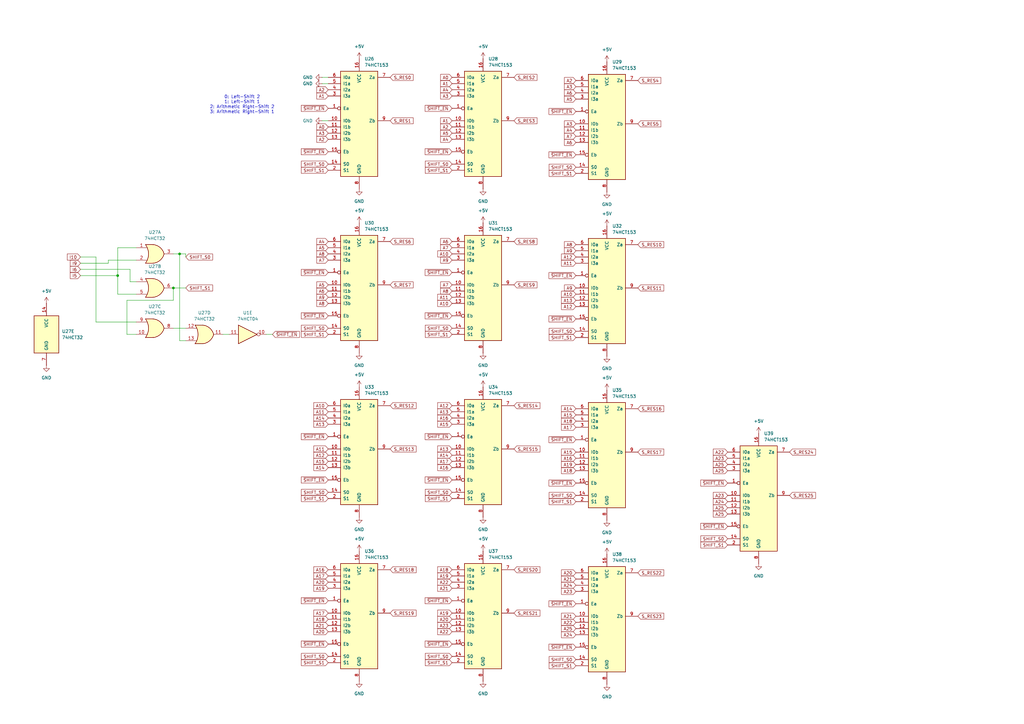
<source format=kicad_sch>
(kicad_sch (version 20250114) (generator "eeschema") (generator_version "9.0")
  (paper "A3")
  (lib_symbols
    (symbol "74xx:74HCT04"
      (property "Reference" "U" (at 0 1.27 0))
      (property "Value" "74HCT04" (at 0 -1.27 0))
      (symbol "74HCT04_1_0"
        (polyline (pts (xy -3.81 3.81) (xy -3.81 -3.81) (xy 3.81 0) (xy -3.81 3.81)) (stroke (width 0.254)) (fill (type background)))
        (pin input line (at -7.62 0 0) (length 3.81) (name "~") (number "1"))
        (pin output inverted (at 7.62 0 180) (length 3.81) (name "~") (number "2"))
      )
      (symbol "74HCT04_2_0"
        (polyline (pts (xy -3.81 3.81) (xy -3.81 -3.81) (xy 3.81 0) (xy -3.81 3.81)) (stroke (width 0.254)) (fill (type background)))
        (pin input line (at -7.62 0 0) (length 3.81) (name "~") (number "3"))
        (pin output inverted (at 7.62 0 180) (length 3.81) (name "~") (number "4"))
      )
      (symbol "74HCT04_3_0"
        (polyline (pts (xy -3.81 3.81) (xy -3.81 -3.81) (xy 3.81 0) (xy -3.81 3.81)) (stroke (width 0.254)) (fill (type background)))
        (pin input line (at -7.62 0 0) (length 3.81) (name "~") (number "5"))
        (pin output inverted (at 7.62 0 180) (length 3.81) (name "~") (number "6"))
      )
      (symbol "74HCT04_4_0"
        (polyline (pts (xy -3.81 3.81) (xy -3.81 -3.81) (xy 3.81 0) (xy -3.81 3.81)) (stroke (width 0.254)) (fill (type background)))
        (pin input line (at -7.62 0 0) (length 3.81) (name "~") (number "9"))
        (pin output inverted (at 7.62 0 180) (length 3.81) (name "~") (number "8"))
      )
      (symbol "74HCT04_5_0"
        (polyline (pts (xy -3.81 3.81) (xy -3.81 -3.81) (xy 3.81 0) (xy -3.81 3.81)) (stroke (width 0.254)) (fill (type background)))
        (pin input line (at -7.62 0 0) (length 3.81) (name "~") (number "11"))
        (pin output inverted (at 7.62 0 180) (length 3.81) (name "~") (number "10"))
      )
      (symbol "74HCT04_6_0"
        (polyline (pts (xy -3.81 3.81) (xy -3.81 -3.81) (xy 3.81 0) (xy -3.81 3.81)) (stroke (width 0.254)) (fill (type background)))
        (pin input line (at -7.62 0 0) (length 3.81) (name "~") (number "13"))
        (pin output inverted (at 7.62 0 180) (length 3.81) (name "~") (number "12"))
      )
      (symbol "74HCT04_7_0"
        (pin power_in line (at 0 12.7 270) (length 5.08) (name "VCC") (number "14"))
        (pin power_in line (at 0 -12.7 90) (length 5.08) (name "GND") (number "7"))
      )
      (symbol "74HCT04_7_1"
        (rectangle (start -5.08 7.62) (end 5.08 -7.62) (stroke (width 0.254)) (fill (type background)))
      )
    )
    (symbol "74xx:74LS153" (pin_names (offset 1.016))
      (property "Reference" "U" (at -7.62 21.59 0))
      (property "Value" "74LS153" (at -7.62 -24.13 0))
      (symbol "74LS153_1_0"
        (pin input line (at -12.7 17.78 0) (length 5.08) (name "I0a") (number "6"))
        (pin input line (at -12.7 15.24 0) (length 5.08) (name "I1a") (number "5"))
        (pin input line (at -12.7 12.7 0) (length 5.08) (name "I2a") (number "4"))
        (pin input line (at -12.7 10.16 0) (length 5.08) (name "I3a") (number "3"))
        (pin input inverted (at -12.7 5.08 0) (length 5.08) (name "Ea") (number "1"))
        (pin input line (at -12.7 0 0) (length 5.08) (name "I0b") (number "10"))
        (pin input line (at -12.7 -2.54 0) (length 5.08) (name "I1b") (number "11"))
        (pin input line (at -12.7 -5.08 0) (length 5.08) (name "I2b") (number "12"))
        (pin input line (at -12.7 -7.62 0) (length 5.08) (name "I3b") (number "13"))
        (pin input inverted (at -12.7 -12.7 0) (length 5.08) (name "Eb") (number "15"))
        (pin input line (at -12.7 -17.78 0) (length 5.08) (name "S0") (number "14"))
        (pin input line (at -12.7 -20.32 0) (length 5.08) (name "S1") (number "2"))
        (pin power_in line (at 0 25.4 270) (length 5.08) (name "VCC") (number "16"))
        (pin power_in line (at 0 -27.94 90) (length 5.08) (name "GND") (number "8"))
        (pin output line (at 12.7 17.78 180) (length 5.08) (name "Za") (number "7"))
        (pin output line (at 12.7 0 180) (length 5.08) (name "Zb") (number "9"))
      )
      (symbol "74LS153_1_1"
        (rectangle (start -7.62 20.32) (end 7.62 -22.86) (stroke (width 0.254)) (fill (type background)))
      )
    )
    (symbol "74xx:74LS32" (pin_names (offset 1.016))
      (property "Reference" "U" (at 0 1.27 0))
      (property "Value" "74LS32" (at 0 -1.27 0))
      (symbol "74LS32_1_1"
        (arc (start -3.81 3.81) (mid -2.589 0) (end -3.81 -3.81) (stroke (width 0.254)))
        (polyline (pts (xy -3.81 3.81) (xy -0.635 3.81)) (stroke (width 0.254)) (fill (type background)))
        (polyline (pts (xy -3.81 -3.81) (xy -0.635 -3.81)) (stroke (width 0.254)) (fill (type background)))
        (arc (start 3.81 0) (mid 2.1855 -2.584) (end -0.6096 -3.81) (stroke (width 0.254)) (fill (type background)))
        (arc (start -0.6096 3.81) (mid 2.1928 2.5924) (end 3.81 0) (stroke (width 0.254)) (fill (type background)))
        (polyline (pts (xy -0.635 3.81) (xy -3.81 3.81) (xy -3.81 3.81) (xy -3.556 3.4036) (xy -3.0226 2.2606) (xy -2.6924 1.0414) (xy -2.6162 -0.254) (xy -2.7686 -1.4986) (xy -3.175 -2.7178) (xy -3.81 -3.81) (xy -3.81 -3.81) (xy -0.635 -3.81)) (stroke (width -25.4)) (fill (type background)))
        (pin input line (at -7.62 2.54 0) (length 4.318) (name "~") (number "1"))
        (pin input line (at -7.62 -2.54 0) (length 4.318) (name "~") (number "2"))
        (pin output line (at 7.62 0 180) (length 3.81) (name "~") (number "3"))
      )
      (symbol "74LS32_1_2"
        (arc (start 0 3.81) (mid 3.7934 0) (end 0 -3.81) (stroke (width 0.254)) (fill (type background)))
        (polyline (pts (xy 0 3.81) (xy -3.81 3.81) (xy -3.81 -3.81) (xy 0 -3.81)) (stroke (width 0.254)) (fill (type background)))
        (pin input inverted (at -7.62 2.54 0) (length 3.81) (name "~") (number "1"))
        (pin input inverted (at -7.62 -2.54 0) (length 3.81) (name "~") (number "2"))
        (pin output inverted (at 7.62 0 180) (length 3.81) (name "~") (number "3"))
      )
      (symbol "74LS32_2_1"
        (arc (start -3.81 3.81) (mid -2.589 0) (end -3.81 -3.81) (stroke (width 0.254)))
        (polyline (pts (xy -3.81 3.81) (xy -0.635 3.81)) (stroke (width 0.254)) (fill (type background)))
        (polyline (pts (xy -3.81 -3.81) (xy -0.635 -3.81)) (stroke (width 0.254)) (fill (type background)))
        (arc (start 3.81 0) (mid 2.1855 -2.584) (end -0.6096 -3.81) (stroke (width 0.254)) (fill (type background)))
        (arc (start -0.6096 3.81) (mid 2.1928 2.5924) (end 3.81 0) (stroke (width 0.254)) (fill (type background)))
        (polyline (pts (xy -0.635 3.81) (xy -3.81 3.81) (xy -3.81 3.81) (xy -3.556 3.4036) (xy -3.0226 2.2606) (xy -2.6924 1.0414) (xy -2.6162 -0.254) (xy -2.7686 -1.4986) (xy -3.175 -2.7178) (xy -3.81 -3.81) (xy -3.81 -3.81) (xy -0.635 -3.81)) (stroke (width -25.4)) (fill (type background)))
        (pin input line (at -7.62 2.54 0) (length 4.318) (name "~") (number "4"))
        (pin input line (at -7.62 -2.54 0) (length 4.318) (name "~") (number "5"))
        (pin output line (at 7.62 0 180) (length 3.81) (name "~") (number "6"))
      )
      (symbol "74LS32_2_2"
        (arc (start 0 3.81) (mid 3.7934 0) (end 0 -3.81) (stroke (width 0.254)) (fill (type background)))
        (polyline (pts (xy 0 3.81) (xy -3.81 3.81) (xy -3.81 -3.81) (xy 0 -3.81)) (stroke (width 0.254)) (fill (type background)))
        (pin input inverted (at -7.62 2.54 0) (length 3.81) (name "~") (number "4"))
        (pin input inverted (at -7.62 -2.54 0) (length 3.81) (name "~") (number "5"))
        (pin output inverted (at 7.62 0 180) (length 3.81) (name "~") (number "6"))
      )
      (symbol "74LS32_3_1"
        (arc (start -3.81 3.81) (mid -2.589 0) (end -3.81 -3.81) (stroke (width 0.254)))
        (polyline (pts (xy -3.81 3.81) (xy -0.635 3.81)) (stroke (width 0.254)) (fill (type background)))
        (polyline (pts (xy -3.81 -3.81) (xy -0.635 -3.81)) (stroke (width 0.254)) (fill (type background)))
        (arc (start 3.81 0) (mid 2.1855 -2.584) (end -0.6096 -3.81) (stroke (width 0.254)) (fill (type background)))
        (arc (start -0.6096 3.81) (mid 2.1928 2.5924) (end 3.81 0) (stroke (width 0.254)) (fill (type background)))
        (polyline (pts (xy -0.635 3.81) (xy -3.81 3.81) (xy -3.81 3.81) (xy -3.556 3.4036) (xy -3.0226 2.2606) (xy -2.6924 1.0414) (xy -2.6162 -0.254) (xy -2.7686 -1.4986) (xy -3.175 -2.7178) (xy -3.81 -3.81) (xy -3.81 -3.81) (xy -0.635 -3.81)) (stroke (width -25.4)) (fill (type background)))
        (pin input line (at -7.62 2.54 0) (length 4.318) (name "~") (number "9"))
        (pin input line (at -7.62 -2.54 0) (length 4.318) (name "~") (number "10"))
        (pin output line (at 7.62 0 180) (length 3.81) (name "~") (number "8"))
      )
      (symbol "74LS32_3_2"
        (arc (start 0 3.81) (mid 3.7934 0) (end 0 -3.81) (stroke (width 0.254)) (fill (type background)))
        (polyline (pts (xy 0 3.81) (xy -3.81 3.81) (xy -3.81 -3.81) (xy 0 -3.81)) (stroke (width 0.254)) (fill (type background)))
        (pin input inverted (at -7.62 2.54 0) (length 3.81) (name "~") (number "9"))
        (pin input inverted (at -7.62 -2.54 0) (length 3.81) (name "~") (number "10"))
        (pin output inverted (at 7.62 0 180) (length 3.81) (name "~") (number "8"))
      )
      (symbol "74LS32_4_1"
        (arc (start -3.81 3.81) (mid -2.589 0) (end -3.81 -3.81) (stroke (width 0.254)))
        (polyline (pts (xy -3.81 3.81) (xy -0.635 3.81)) (stroke (width 0.254)) (fill (type background)))
        (polyline (pts (xy -3.81 -3.81) (xy -0.635 -3.81)) (stroke (width 0.254)) (fill (type background)))
        (arc (start 3.81 0) (mid 2.1855 -2.584) (end -0.6096 -3.81) (stroke (width 0.254)) (fill (type background)))
        (arc (start -0.6096 3.81) (mid 2.1928 2.5924) (end 3.81 0) (stroke (width 0.254)) (fill (type background)))
        (polyline (pts (xy -0.635 3.81) (xy -3.81 3.81) (xy -3.81 3.81) (xy -3.556 3.4036) (xy -3.0226 2.2606) (xy -2.6924 1.0414) (xy -2.6162 -0.254) (xy -2.7686 -1.4986) (xy -3.175 -2.7178) (xy -3.81 -3.81) (xy -3.81 -3.81) (xy -0.635 -3.81)) (stroke (width -25.4)) (fill (type background)))
        (pin input line (at -7.62 2.54 0) (length 4.318) (name "~") (number "12"))
        (pin input line (at -7.62 -2.54 0) (length 4.318) (name "~") (number "13"))
        (pin output line (at 7.62 0 180) (length 3.81) (name "~") (number "11"))
      )
      (symbol "74LS32_4_2"
        (arc (start 0 3.81) (mid 3.7934 0) (end 0 -3.81) (stroke (width 0.254)) (fill (type background)))
        (polyline (pts (xy 0 3.81) (xy -3.81 3.81) (xy -3.81 -3.81) (xy 0 -3.81)) (stroke (width 0.254)) (fill (type background)))
        (pin input inverted (at -7.62 2.54 0) (length 3.81) (name "~") (number "12"))
        (pin input inverted (at -7.62 -2.54 0) (length 3.81) (name "~") (number "13"))
        (pin output inverted (at 7.62 0 180) (length 3.81) (name "~") (number "11"))
      )
      (symbol "74LS32_5_0"
        (pin power_in line (at 0 12.7 270) (length 5.08) (name "VCC") (number "14"))
        (pin power_in line (at 0 -12.7 90) (length 5.08) (name "GND") (number "7"))
      )
      (symbol "74LS32_5_1"
        (rectangle (start -5.08 7.62) (end 5.08 -7.62) (stroke (width 0.254)) (fill (type background)))
      )
    )
    (symbol "power:+5V" (power) (pin_numbers (hide yes)) (pin_names (offset 0) (hide yes))
      (property "Value" "+5V" (at 0 3.556 0))
      (symbol "+5V_0_1"
        (polyline (pts (xy -0.762 1.27) (xy 0 2.54)))
        (polyline (pts (xy 0 2.54) (xy 0.762 1.27)))
        (polyline (pts (xy 0 0) (xy 0 2.54)))
      )
      (symbol "+5V_1_1"
        (pin power_in line (at 0 0 90) (length 0) (name "~") (number "1"))
      )
    )
    (symbol "power:GND" (power) (pin_numbers (hide yes)) (pin_names (offset 0) (hide yes))
      (property "Value" "GND" (at 0 -3.81 0))
      (symbol "GND_0_1"
        (polyline (pts (xy 0 0) (xy 0 -1.27) (xy 1.27 -1.27) (xy 0 -2.54) (xy -1.27 -1.27) (xy 0 -1.27)))
      )
      (symbol "GND_1_1"
        (pin power_in line (at 0 0 270) (length 0) (name "~") (number "1"))
      )
    )
  )
  (text "0: Left-Shift 2\n1: Left-Shift 1\n2: Arithmetic Right-Shift 2\n3: Arithmetic Right-Shift 1" (at 99.314 42.926 0) (effects (font (size 1.27 1.27))))
  (junction (at 73.66 104.14))
  (junction (at 48.26 113.03))
  (junction (at 71.12 118.11))
  (wire (pts (xy 132.08 31.75) (xy 134.62 31.75)))
  (wire (pts (xy 109.22 137.16) (xy 111.76 137.16)))
  (wire (pts (xy 44.45 107.95) (xy 44.45 106.68)))
  (wire (pts (xy 71.12 118.11) (xy 76.2 118.11)))
  (wire (pts (xy 44.45 106.68) (xy 55.88 106.68)))
  (wire (pts (xy 52.07 137.16) (xy 52.07 123.19)))
  (wire (pts (xy 33.02 110.49) (xy 53.34 110.49)))
  (wire (pts (xy 39.37 105.41) (xy 39.37 132.08)))
  (wire (pts (xy 91.44 137.16) (xy 93.98 137.16)))
  (wire (pts (xy 33.02 113.03) (xy 48.26 113.03)))
  (wire (pts (xy 48.26 101.6) (xy 55.88 101.6)))
  (wire (pts (xy 33.02 105.41) (xy 39.37 105.41)))
  (wire (pts (xy 53.34 115.57) (xy 55.88 115.57)))
  (wire (pts (xy 33.02 107.95) (xy 44.45 107.95)))
  (wire (pts (xy 48.26 120.65) (xy 48.26 113.03)))
  (wire (pts (xy 71.12 123.19) (xy 71.12 118.11)))
  (wire (pts (xy 73.66 139.7) (xy 73.66 104.14)))
  (wire (pts (xy 71.12 104.14) (xy 73.66 104.14)))
  (wire (pts (xy 132.08 49.53) (xy 134.62 49.53)))
  (wire (pts (xy 53.34 110.49) (xy 53.34 115.57)))
  (wire (pts (xy 73.66 104.14) (xy 76.2 104.14)))
  (wire (pts (xy 76.2 104.14) (xy 76.2 105.41)))
  (wire (pts (xy 48.26 113.03) (xy 48.26 101.6)))
  (wire (pts (xy 55.88 137.16) (xy 52.07 137.16)))
  (wire (pts (xy 132.08 34.29) (xy 134.62 34.29)))
  (wire (pts (xy 71.12 134.62) (xy 76.2 134.62)))
  (wire (pts (xy 76.2 139.7) (xy 73.66 139.7)))
  (wire (pts (xy 52.07 123.19) (xy 71.12 123.19)))
  (wire (pts (xy 39.37 132.08) (xy 55.88 132.08)))
  (wire (pts (xy 55.88 120.65) (xy 48.26 120.65)))
  (global_label "A19" (shape input) (at 185.42 236.22 180) (property "Intersheetrefs" "${INTERSHEET_REFS}" (effects (hide yes))))
  (global_label "A5" (shape input) (at 185.42 54.61 180) (property "Intersheetrefs" "${INTERSHEET_REFS}" (effects (hide yes))))
  (global_label "A22" (shape input) (at 185.42 238.76 180) (property "Intersheetrefs" "${INTERSHEET_REFS}" (effects (hide yes))))
  (global_label "~{SHIFT_EN}" (shape input) (at 134.62 179.07 180) (property "Intersheetrefs" "${INTERSHEET_REFS}" (effects (hide yes))))
  (global_label "A25" (shape input) (at 298.45 190.5 180) (property "Intersheetrefs" "${INTERSHEET_REFS}" (effects (hide yes))))
  (global_label "SHIFT_S0" (shape input) (at 185.42 269.24 180) (property "Intersheetrefs" "${INTERSHEET_REFS}" (effects (hide yes))))
  (global_label "A16" (shape input) (at 185.42 191.77 180) (property "Intersheetrefs" "${INTERSHEET_REFS}" (effects (hide yes))))
  (global_label "~{SHIFT_EN}" (shape input) (at 185.42 129.54 180) (property "Intersheetrefs" "${INTERSHEET_REFS}" (effects (hide yes))))
  (global_label "A10" (shape input) (at 185.42 104.14 180) (property "Intersheetrefs" "${INTERSHEET_REFS}" (effects (hide yes))))
  (global_label "~{SHIFT_EN}" (shape input) (at 185.42 111.76 180) (property "Intersheetrefs" "${INTERSHEET_REFS}" (effects (hide yes))))
  (global_label "A19" (shape input) (at 134.62 241.3 180) (property "Intersheetrefs" "${INTERSHEET_REFS}" (effects (hide yes))))
  (global_label "A5" (shape input) (at 236.22 40.64 180) (property "Intersheetrefs" "${INTERSHEET_REFS}" (effects (hide yes))))
  (global_label "A18" (shape input) (at 236.22 172.72 180) (property "Intersheetrefs" "${INTERSHEET_REFS}" (effects (hide yes))))
  (global_label "~{SHIFT_EN}" (shape input) (at 236.22 247.65 180) (property "Intersheetrefs" "${INTERSHEET_REFS}" (effects (hide yes))))
  (global_label "S_RES18" (shape input) (at 160.02 233.68 0) (property "Intersheetrefs" "${INTERSHEET_REFS}" (effects (hide yes))))
  (global_label "~{SHIFT_EN}" (shape input) (at 236.22 113.03 180) (property "Intersheetrefs" "${INTERSHEET_REFS}" (effects (hide yes))))
  (global_label "A16" (shape input) (at 236.22 187.96 180) (property "Intersheetrefs" "${INTERSHEET_REFS}" (effects (hide yes))))
  (global_label "S_RES9" (shape input) (at 210.82 116.84 0) (property "Intersheetrefs" "${INTERSHEET_REFS}" (effects (hide yes))))
  (global_label "~{SHIFT_EN}" (shape input) (at 185.42 264.16 180) (property "Intersheetrefs" "${INTERSHEET_REFS}" (effects (hide yes))))
  (global_label "A15" (shape input) (at 236.22 185.42 180) (property "Intersheetrefs" "${INTERSHEET_REFS}" (effects (hide yes))))
  (global_label "S_RES6" (shape input) (at 160.02 99.06 0) (property "Intersheetrefs" "${INTERSHEET_REFS}" (effects (hide yes))))
  (global_label "A11" (shape input) (at 134.62 184.15 180) (property "Intersheetrefs" "${INTERSHEET_REFS}" (effects (hide yes))))
  (global_label "A12" (shape input) (at 236.22 105.41 180) (property "Intersheetrefs" "${INTERSHEET_REFS}" (effects (hide yes))))
  (global_label "A23" (shape input) (at 236.22 242.57 180) (property "Intersheetrefs" "${INTERSHEET_REFS}" (effects (hide yes))))
  (global_label "A3" (shape input) (at 134.62 54.61 180) (property "Intersheetrefs" "${INTERSHEET_REFS}" (effects (hide yes))))
  (global_label "S_RES23" (shape input) (at 261.62 252.73 0) (property "Intersheetrefs" "${INTERSHEET_REFS}" (effects (hide yes))))
  (global_label "A15" (shape input) (at 185.42 173.99 180) (property "Intersheetrefs" "${INTERSHEET_REFS}" (effects (hide yes))))
  (global_label "S_RES12" (shape input) (at 160.02 166.37 0) (property "Intersheetrefs" "${INTERSHEET_REFS}" (effects (hide yes))))
  (global_label "SHIFT_S0" (shape input) (at 76.2 105.41 0) (property "Intersheetrefs" "${INTERSHEET_REFS}" (effects (hide yes))))
  (global_label "A16" (shape input) (at 185.42 171.45 180) (property "Intersheetrefs" "${INTERSHEET_REFS}" (effects (hide yes))))
  (global_label "A17" (shape input) (at 236.22 175.26 180) (property "Intersheetrefs" "${INTERSHEET_REFS}" (effects (hide yes))))
  (global_label "S_RES14" (shape input) (at 210.82 166.37 0) (property "Intersheetrefs" "${INTERSHEET_REFS}" (effects (hide yes))))
  (global_label "S_RES25" (shape input) (at 323.85 203.2 0) (property "Intersheetrefs" "${INTERSHEET_REFS}" (effects (hide yes))))
  (global_label "A7" (shape input) (at 236.22 55.88 180) (property "Intersheetrefs" "${INTERSHEET_REFS}" (effects (hide yes))))
  (global_label "~{SHIFT_EN}" (shape input) (at 134.62 196.85 180) (property "Intersheetrefs" "${INTERSHEET_REFS}" (effects (hide yes))))
  (global_label "~{SHIFT_EN}" (shape input) (at 236.22 180.34 180) (property "Intersheetrefs" "${INTERSHEET_REFS}" (effects (hide yes))))
  (global_label "A25" (shape input) (at 236.22 257.81 180) (property "Intersheetrefs" "${INTERSHEET_REFS}" (effects (hide yes))))
  (global_label "A3" (shape input) (at 236.22 35.56 180) (property "Intersheetrefs" "${INTERSHEET_REFS}" (effects (hide yes))))
  (global_label "A7" (shape input) (at 185.42 116.84 180) (property "Intersheetrefs" "${INTERSHEET_REFS}" (effects (hide yes))))
  (global_label "SHIFT_S0" (shape input) (at 236.22 68.58 180) (property "Intersheetrefs" "${INTERSHEET_REFS}" (effects (hide yes))))
  (global_label "S_RES22" (shape input) (at 261.62 234.95 0) (property "Intersheetrefs" "${INTERSHEET_REFS}" (effects (hide yes))))
  (global_label "A0" (shape input) (at 134.62 52.07 180) (property "Intersheetrefs" "${INTERSHEET_REFS}" (effects (hide yes))))
  (global_label "S_RES5" (shape input) (at 261.62 50.8 0) (property "Intersheetrefs" "${INTERSHEET_REFS}" (effects (hide yes))))
  (global_label "S_RES3" (shape input) (at 210.82 49.53 0) (property "Intersheetrefs" "${INTERSHEET_REFS}" (effects (hide yes))))
  (global_label "~{SHIFT_EN}" (shape input) (at 185.42 196.85 180) (property "Intersheetrefs" "${INTERSHEET_REFS}" (effects (hide yes))))
  (global_label "A4" (shape input) (at 236.22 53.34 180) (property "Intersheetrefs" "${INTERSHEET_REFS}" (effects (hide yes))))
  (global_label "A13" (shape input) (at 236.22 123.19 180) (property "Intersheetrefs" "${INTERSHEET_REFS}" (effects (hide yes))))
  (global_label "A18" (shape input) (at 134.62 254 180) (property "Intersheetrefs" "${INTERSHEET_REFS}" (effects (hide yes))))
  (global_label "I10" (shape input) (at 33.02 105.41 180) (property "Intersheetrefs" "${INTERSHEET_REFS}" (effects (hide yes))))
  (global_label "SHIFT_S1" (shape input) (at 134.62 271.78 180) (property "Intersheetrefs" "${INTERSHEET_REFS}" (effects (hide yes))))
  (global_label "~{SHIFT_EN}" (shape input) (at 185.42 62.23 180) (property "Intersheetrefs" "${INTERSHEET_REFS}" (effects (hide yes))))
  (global_label "A8" (shape input) (at 185.42 119.38 180) (property "Intersheetrefs" "${INTERSHEET_REFS}" (effects (hide yes))))
  (global_label "A10" (shape input) (at 236.22 120.65 180) (property "Intersheetrefs" "${INTERSHEET_REFS}" (effects (hide yes))))
  (global_label "A7" (shape input) (at 185.42 101.6 180) (property "Intersheetrefs" "${INTERSHEET_REFS}" (effects (hide yes))))
  (global_label "A23" (shape input) (at 298.45 203.2 180) (property "Intersheetrefs" "${INTERSHEET_REFS}" (effects (hide yes))))
  (global_label "S_RES19" (shape input) (at 160.02 251.46 0) (property "Intersheetrefs" "${INTERSHEET_REFS}" (effects (hide yes))))
  (global_label "SHIFT_S0" (shape input) (at 134.62 269.24 180) (property "Intersheetrefs" "${INTERSHEET_REFS}" (effects (hide yes))))
  (global_label "A8" (shape input) (at 236.22 100.33 180) (property "Intersheetrefs" "${INTERSHEET_REFS}" (effects (hide yes))))
  (global_label "A6" (shape input) (at 236.22 58.42 180) (property "Intersheetrefs" "${INTERSHEET_REFS}" (effects (hide yes))))
  (global_label "A22" (shape input) (at 236.22 255.27 180) (property "Intersheetrefs" "${INTERSHEET_REFS}" (effects (hide yes))))
  (global_label "~{SHIFT_EN}" (shape input) (at 185.42 246.38 180) (property "Intersheetrefs" "${INTERSHEET_REFS}" (effects (hide yes))))
  (global_label "A9" (shape input) (at 185.42 106.68 180) (property "Intersheetrefs" "${INTERSHEET_REFS}" (effects (hide yes))))
  (global_label "A10" (shape input) (at 185.42 124.46 180) (property "Intersheetrefs" "${INTERSHEET_REFS}" (effects (hide yes))))
  (global_label "~{SHIFT_EN}" (shape input) (at 134.62 62.23 180) (property "Intersheetrefs" "${INTERSHEET_REFS}" (effects (hide yes))))
  (global_label "A6" (shape input) (at 185.42 99.06 180) (property "Intersheetrefs" "${INTERSHEET_REFS}" (effects (hide yes))))
  (global_label "A25" (shape input) (at 298.45 193.04 180) (property "Intersheetrefs" "${INTERSHEET_REFS}" (effects (hide yes))))
  (global_label "S_RES15" (shape input) (at 210.82 184.15 0) (property "Intersheetrefs" "${INTERSHEET_REFS}" (effects (hide yes))))
  (global_label "A6" (shape input) (at 236.22 38.1 180) (property "Intersheetrefs" "${INTERSHEET_REFS}" (effects (hide yes))))
  (global_label "A20" (shape input) (at 185.42 254 180) (property "Intersheetrefs" "${INTERSHEET_REFS}" (effects (hide yes))))
  (global_label "~{SHIFT_EN}" (shape input) (at 236.22 45.72 180) (property "Intersheetrefs" "${INTERSHEET_REFS}" (effects (hide yes))))
  (global_label "A4" (shape input) (at 185.42 57.15 180) (property "Intersheetrefs" "${INTERSHEET_REFS}" (effects (hide yes))))
  (global_label "A11" (shape input) (at 185.42 121.92 180) (property "Intersheetrefs" "${INTERSHEET_REFS}" (effects (hide yes))))
  (global_label "A21" (shape input) (at 236.22 252.73 180) (property "Intersheetrefs" "${INTERSHEET_REFS}" (effects (hide yes))))
  (global_label "~{SHIFT_EN}" (shape input) (at 134.62 264.16 180) (property "Intersheetrefs" "${INTERSHEET_REFS}" (effects (hide yes))))
  (global_label "S_RES20" (shape input) (at 210.82 233.68 0) (property "Intersheetrefs" "${INTERSHEET_REFS}" (effects (hide yes))))
  (global_label "SHIFT_S1" (shape input) (at 185.42 137.16 180) (property "Intersheetrefs" "${INTERSHEET_REFS}" (effects (hide yes))))
  (global_label "A2" (shape input) (at 134.62 36.83 180) (property "Intersheetrefs" "${INTERSHEET_REFS}" (effects (hide yes))))
  (global_label "A24" (shape input) (at 236.22 240.03 180) (property "Intersheetrefs" "${INTERSHEET_REFS}" (effects (hide yes))))
  (global_label "S_RES21" (shape input) (at 210.82 251.46 0) (property "Intersheetrefs" "${INTERSHEET_REFS}" (effects (hide yes))))
  (global_label "A8" (shape input) (at 134.62 124.46 180) (property "Intersheetrefs" "${INTERSHEET_REFS}" (effects (hide yes))))
  (global_label "A25" (shape input) (at 298.45 208.28 180) (property "Intersheetrefs" "${INTERSHEET_REFS}" (effects (hide yes))))
  (global_label "A2" (shape input) (at 134.62 57.15 180) (property "Intersheetrefs" "${INTERSHEET_REFS}" (effects (hide yes))))
  (global_label "~{SHIFT_EN}" (shape input) (at 111.76 137.16 0) (property "Intersheetrefs" "${INTERSHEET_REFS}" (effects (hide yes))))
  (global_label "A14" (shape input) (at 134.62 191.77 180) (property "Intersheetrefs" "${INTERSHEET_REFS}" (effects (hide yes))))
  (global_label "SHIFT_S0" (shape input) (at 298.45 220.98 180) (property "Intersheetrefs" "${INTERSHEET_REFS}" (effects (hide yes))))
  (global_label "A16" (shape input) (at 134.62 233.68 180) (property "Intersheetrefs" "${INTERSHEET_REFS}" (effects (hide yes))))
  (global_label "SHIFT_S1" (shape input) (at 298.45 223.52 180) (property "Intersheetrefs" "${INTERSHEET_REFS}" (effects (hide yes))))
  (global_label "SHIFT_S1" (shape input) (at 185.42 204.47 180) (property "Intersheetrefs" "${INTERSHEET_REFS}" (effects (hide yes))))
  (global_label "A22" (shape input) (at 185.42 259.08 180) (property "Intersheetrefs" "${INTERSHEET_REFS}" (effects (hide yes))))
  (global_label "S_RES0" (shape input) (at 160.02 31.75 0) (property "Intersheetrefs" "${INTERSHEET_REFS}" (effects (hide yes))))
  (global_label "A1" (shape input) (at 185.42 49.53 180) (property "Intersheetrefs" "${INTERSHEET_REFS}" (effects (hide yes))))
  (global_label "S_RES13" (shape input) (at 160.02 184.15 0) (property "Intersheetrefs" "${INTERSHEET_REFS}" (effects (hide yes))))
  (global_label "SHIFT_S0" (shape input) (at 185.42 67.31 180) (property "Intersheetrefs" "${INTERSHEET_REFS}" (effects (hide yes))))
  (global_label "I5" (shape input) (at 33.02 113.03 180) (property "Intersheetrefs" "${INTERSHEET_REFS}" (effects (hide yes))))
  (global_label "A20" (shape input) (at 134.62 238.76 180) (property "Intersheetrefs" "${INTERSHEET_REFS}" (effects (hide yes))))
  (global_label "S_RES16" (shape input) (at 261.62 167.64 0) (property "Intersheetrefs" "${INTERSHEET_REFS}" (effects (hide yes))))
  (global_label "I9" (shape input) (at 33.02 107.95 180) (property "Intersheetrefs" "${INTERSHEET_REFS}" (effects (hide yes))))
  (global_label "A21" (shape input) (at 236.22 237.49 180) (property "Intersheetrefs" "${INTERSHEET_REFS}" (effects (hide yes))))
  (global_label "A3" (shape input) (at 185.42 39.37 180) (property "Intersheetrefs" "${INTERSHEET_REFS}" (effects (hide yes))))
  (global_label "S_RES10" (shape input) (at 261.62 100.33 0) (property "Intersheetrefs" "${INTERSHEET_REFS}" (effects (hide yes))))
  (global_label "SHIFT_S1" (shape input) (at 134.62 69.85 180) (property "Intersheetrefs" "${INTERSHEET_REFS}" (effects (hide yes))))
  (global_label "A5" (shape input) (at 134.62 116.84 180) (property "Intersheetrefs" "${INTERSHEET_REFS}" (effects (hide yes))))
  (global_label "A7" (shape input) (at 134.62 106.68 180) (property "Intersheetrefs" "${INTERSHEET_REFS}" (effects (hide yes))))
  (global_label "~{SHIFT_EN}" (shape input) (at 236.22 265.43 180) (property "Intersheetrefs" "${INTERSHEET_REFS}" (effects (hide yes))))
  (global_label "SHIFT_S1" (shape input) (at 76.2 118.11 0) (property "Intersheetrefs" "${INTERSHEET_REFS}" (effects (hide yes))))
  (global_label "SHIFT_S0" (shape input) (at 236.22 270.51 180) (property "Intersheetrefs" "${INTERSHEET_REFS}" (effects (hide yes))))
  (global_label "S_RES2" (shape input) (at 210.82 31.75 0) (property "Intersheetrefs" "${INTERSHEET_REFS}" (effects (hide yes))))
  (global_label "A19" (shape input) (at 185.42 251.46 180) (property "Intersheetrefs" "${INTERSHEET_REFS}" (effects (hide yes))))
  (global_label "A10" (shape input) (at 134.62 166.37 180) (property "Intersheetrefs" "${INTERSHEET_REFS}" (effects (hide yes))))
  (global_label "A17" (shape input) (at 134.62 251.46 180) (property "Intersheetrefs" "${INTERSHEET_REFS}" (effects (hide yes))))
  (global_label "A23" (shape input) (at 298.45 187.96 180) (property "Intersheetrefs" "${INTERSHEET_REFS}" (effects (hide yes))))
  (global_label "SHIFT_S0" (shape input) (at 185.42 134.62 180) (property "Intersheetrefs" "${INTERSHEET_REFS}" (effects (hide yes))))
  (global_label "A13" (shape input) (at 134.62 173.99 180) (property "Intersheetrefs" "${INTERSHEET_REFS}" (effects (hide yes))))
  (global_label "A13" (shape input) (at 185.42 184.15 180) (property "Intersheetrefs" "${INTERSHEET_REFS}" (effects (hide yes))))
  (global_label "S_RES4" (shape input) (at 261.62 33.02 0) (property "Intersheetrefs" "${INTERSHEET_REFS}" (effects (hide yes))))
  (global_label "S_RES7" (shape input) (at 160.02 116.84 0) (property "Intersheetrefs" "${INTERSHEET_REFS}" (effects (hide yes))))
  (global_label "SHIFT_S1" (shape input) (at 185.42 271.78 180) (property "Intersheetrefs" "${INTERSHEET_REFS}" (effects (hide yes))))
  (global_label "A12" (shape input) (at 185.42 166.37 180) (property "Intersheetrefs" "${INTERSHEET_REFS}" (effects (hide yes))))
  (global_label "A12" (shape input) (at 134.62 186.69 180) (property "Intersheetrefs" "${INTERSHEET_REFS}" (effects (hide yes))))
  (global_label "A15" (shape input) (at 236.22 170.18 180) (property "Intersheetrefs" "${INTERSHEET_REFS}" (effects (hide yes))))
  (global_label "A21" (shape input) (at 134.62 256.54 180) (property "Intersheetrefs" "${INTERSHEET_REFS}" (effects (hide yes))))
  (global_label "A19" (shape input) (at 236.22 190.5 180) (property "Intersheetrefs" "${INTERSHEET_REFS}" (effects (hide yes))))
  (global_label "A9" (shape input) (at 134.62 121.92 180) (property "Intersheetrefs" "${INTERSHEET_REFS}" (effects (hide yes))))
  (global_label "A1" (shape input) (at 185.42 34.29 180) (property "Intersheetrefs" "${INTERSHEET_REFS}" (effects (hide yes))))
  (global_label "~{SHIFT_EN}" (shape input) (at 298.45 215.9 180) (property "Intersheetrefs" "${INTERSHEET_REFS}" (effects (hide yes))))
  (global_label "A20" (shape input) (at 236.22 234.95 180) (property "Intersheetrefs" "${INTERSHEET_REFS}" (effects (hide yes))))
  (global_label "A14" (shape input) (at 185.42 186.69 180) (property "Intersheetrefs" "${INTERSHEET_REFS}" (effects (hide yes))))
  (global_label "~{SHIFT_EN}" (shape input) (at 134.62 129.54 180) (property "Intersheetrefs" "${INTERSHEET_REFS}" (effects (hide yes))))
  (global_label "A2" (shape input) (at 185.42 52.07 180) (property "Intersheetrefs" "${INTERSHEET_REFS}" (effects (hide yes))))
  (global_label "A18" (shape input) (at 236.22 193.04 180) (property "Intersheetrefs" "${INTERSHEET_REFS}" (effects (hide yes))))
  (global_label "S_RES1" (shape input) (at 160.02 49.53 0) (property "Intersheetrefs" "${INTERSHEET_REFS}" (effects (hide yes))))
  (global_label "~{SHIFT_EN}" (shape input) (at 185.42 179.07 180) (property "Intersheetrefs" "${INTERSHEET_REFS}" (effects (hide yes))))
  (global_label "A11" (shape input) (at 134.62 168.91 180) (property "Intersheetrefs" "${INTERSHEET_REFS}" (effects (hide yes))))
  (global_label "~{SHIFT_EN}" (shape input) (at 298.45 198.12 180) (property "Intersheetrefs" "${INTERSHEET_REFS}" (effects (hide yes))))
  (global_label "SHIFT_S0" (shape input) (at 134.62 201.93 180) (property "Intersheetrefs" "${INTERSHEET_REFS}" (effects (hide yes))))
  (global_label "SHIFT_S1" (shape input) (at 134.62 137.16 180) (property "Intersheetrefs" "${INTERSHEET_REFS}" (effects (hide yes))))
  (global_label "SHIFT_S0" (shape input) (at 134.62 67.31 180) (property "Intersheetrefs" "${INTERSHEET_REFS}" (effects (hide yes))))
  (global_label "A4" (shape input) (at 185.42 36.83 180) (property "Intersheetrefs" "${INTERSHEET_REFS}" (effects (hide yes))))
  (global_label "A2" (shape input) (at 236.22 33.02 180) (property "Intersheetrefs" "${INTERSHEET_REFS}" (effects (hide yes))))
  (global_label "S_RES17" (shape input) (at 261.62 185.42 0) (property "Intersheetrefs" "${INTERSHEET_REFS}" (effects (hide yes))))
  (global_label "SHIFT_S1" (shape input) (at 236.22 71.12 180) (property "Intersheetrefs" "${INTERSHEET_REFS}" (effects (hide yes))))
  (global_label "~{SHIFT_EN}" (shape input) (at 134.62 111.76 180) (property "Intersheetrefs" "${INTERSHEET_REFS}" (effects (hide yes))))
  (global_label "SHIFT_S0" (shape input) (at 185.42 201.93 180) (property "Intersheetrefs" "${INTERSHEET_REFS}" (effects (hide yes))))
  (global_label "~{SHIFT_EN}" (shape input) (at 236.22 198.12 180) (property "Intersheetrefs" "${INTERSHEET_REFS}" (effects (hide yes))))
  (global_label "~{SHIFT_EN}" (shape input) (at 185.42 44.45 180) (property "Intersheetrefs" "${INTERSHEET_REFS}" (effects (hide yes))))
  (global_label "S_RES8" (shape input) (at 210.82 99.06 0) (property "Intersheetrefs" "${INTERSHEET_REFS}" (effects (hide yes))))
  (global_label "A14" (shape input) (at 134.62 171.45 180) (property "Intersheetrefs" "${INTERSHEET_REFS}" (effects (hide yes))))
  (global_label "A11" (shape input) (at 236.22 107.95 180) (property "Intersheetrefs" "${INTERSHEET_REFS}" (effects (hide yes))))
  (global_label "A24" (shape input) (at 298.45 205.74 180) (property "Intersheetrefs" "${INTERSHEET_REFS}" (effects (hide yes))))
  (global_label "A17" (shape input) (at 185.42 189.23 180) (property "Intersheetrefs" "${INTERSHEET_REFS}" (effects (hide yes))))
  (global_label "A15" (shape input) (at 134.62 189.23 180) (property "Intersheetrefs" "${INTERSHEET_REFS}" (effects (hide yes))))
  (global_label "A12" (shape input) (at 236.22 125.73 180) (property "Intersheetrefs" "${INTERSHEET_REFS}" (effects (hide yes))))
  (global_label "SHIFT_S1" (shape input) (at 236.22 205.74 180) (property "Intersheetrefs" "${INTERSHEET_REFS}" (effects (hide yes))))
  (global_label "A21" (shape input) (at 185.42 241.3 180) (property "Intersheetrefs" "${INTERSHEET_REFS}" (effects (hide yes))))
  (global_label "SHIFT_S1" (shape input) (at 134.62 204.47 180) (property "Intersheetrefs" "${INTERSHEET_REFS}" (effects (hide yes))))
  (global_label "A3" (shape input) (at 236.22 50.8 180) (property "Intersheetrefs" "${INTERSHEET_REFS}" (effects (hide yes))))
  (global_label "A9" (shape input) (at 236.22 102.87 180) (property "Intersheetrefs" "${INTERSHEET_REFS}" (effects (hide yes))))
  (global_label "~{SHIFT_EN}" (shape input) (at 134.62 44.45 180) (property "Intersheetrefs" "${INTERSHEET_REFS}" (effects (hide yes))))
  (global_label "A13" (shape input) (at 185.42 168.91 180) (property "Intersheetrefs" "${INTERSHEET_REFS}" (effects (hide yes))))
  (global_label "A0" (shape input) (at 185.42 31.75 180) (property "Intersheetrefs" "${INTERSHEET_REFS}" (effects (hide yes))))
  (global_label "A24" (shape input) (at 236.22 260.35 180) (property "Intersheetrefs" "${INTERSHEET_REFS}" (effects (hide yes))))
  (global_label "A5" (shape input) (at 134.62 101.6 180) (property "Intersheetrefs" "${INTERSHEET_REFS}" (effects (hide yes))))
  (global_label "A22" (shape input) (at 298.45 185.42 180) (property "Intersheetrefs" "${INTERSHEET_REFS}" (effects (hide yes))))
  (global_label "~{SHIFT_EN}" (shape input) (at 236.22 63.5 180) (property "Intersheetrefs" "${INTERSHEET_REFS}" (effects (hide yes))))
  (global_label "SHIFT_S1" (shape input) (at 236.22 273.05 180) (property "Intersheetrefs" "${INTERSHEET_REFS}" (effects (hide yes))))
  (global_label "SHIFT_S0" (shape input) (at 236.22 203.2 180) (property "Intersheetrefs" "${INTERSHEET_REFS}" (effects (hide yes))))
  (global_label "SHIFT_S1" (shape input) (at 236.22 138.43 180) (property "Intersheetrefs" "${INTERSHEET_REFS}" (effects (hide yes))))
  (global_label "SHIFT_S1" (shape input) (at 185.42 69.85 180) (property "Intersheetrefs" "${INTERSHEET_REFS}" (effects (hide yes))))
  (global_label "A4" (shape input) (at 134.62 99.06 180) (property "Intersheetrefs" "${INTERSHEET_REFS}" (effects (hide yes))))
  (global_label "A25" (shape input) (at 298.45 210.82 180) (property "Intersheetrefs" "${INTERSHEET_REFS}" (effects (hide yes))))
  (global_label "I6" (shape input) (at 33.02 110.49 180) (property "Intersheetrefs" "${INTERSHEET_REFS}" (effects (hide yes))))
  (global_label "A14" (shape input) (at 236.22 167.64 180) (property "Intersheetrefs" "${INTERSHEET_REFS}" (effects (hide yes))))
  (global_label "A20" (shape input) (at 134.62 259.08 180) (property "Intersheetrefs" "${INTERSHEET_REFS}" (effects (hide yes))))
  (global_label "SHIFT_S0" (shape input) (at 134.62 134.62 180) (property "Intersheetrefs" "${INTERSHEET_REFS}" (effects (hide yes))))
  (global_label "A6" (shape input) (at 134.62 119.38 180) (property "Intersheetrefs" "${INTERSHEET_REFS}" (effects (hide yes))))
  (global_label "S_RES11" (shape input) (at 261.62 118.11 0) (property "Intersheetrefs" "${INTERSHEET_REFS}" (effects (hide yes))))
  (global_label "~{SHIFT_EN}" (shape input) (at 236.22 130.81 180) (property "Intersheetrefs" "${INTERSHEET_REFS}" (effects (hide yes))))
  (global_label "A17" (shape input) (at 134.62 236.22 180) (property "Intersheetrefs" "${INTERSHEET_REFS}" (effects (hide yes))))
  (global_label "A1" (shape input) (at 134.62 39.37 180) (property "Intersheetrefs" "${INTERSHEET_REFS}" (effects (hide yes))))
  (global_label "~{SHIFT_EN}" (shape input) (at 134.62 246.38 180) (property "Intersheetrefs" "${INTERSHEET_REFS}" (effects (hide yes))))
  (global_label "SHIFT_S0" (shape input) (at 236.22 135.89 180) (property "Intersheetrefs" "${INTERSHEET_REFS}" (effects (hide yes))))
  (global_label "A23" (shape input) (at 185.42 256.54 180) (property "Intersheetrefs" "${INTERSHEET_REFS}" (effects (hide yes))))
  (global_label "A9" (shape input) (at 236.22 118.11 180) (property "Intersheetrefs" "${INTERSHEET_REFS}" (effects (hide yes))))
  (global_label "S_RES24" (shape input) (at 323.85 185.42 0) (property "Intersheetrefs" "${INTERSHEET_REFS}" (effects (hide yes))))
  (global_label "A18" (shape input) (at 185.42 233.68 180) (property "Intersheetrefs" "${INTERSHEET_REFS}" (effects (hide yes))))
  (global_label "A8" (shape input) (at 134.62 104.14 180) (property "Intersheetrefs" "${INTERSHEET_REFS}" (effects (hide yes))))
  (symbol (lib_id "power:+5V") (at 248.92 25.4 0) (unit 1)
    (property "Reference" "#PWR083" (effects (hide yes)))
    (property "Value" "+5V" (at 248.92 20.32 0))
    (property "Description" "Power symbol creates a global label with name \"+5V\"" (effects (hide yes)))
  )
  (symbol (lib_id "74xx:74LS153") (at 248.92 252.73 0) (unit 1)
    (property "Reference" "U38" (at 251.1141 227.33 0) (effects (justify left)))
    (property "Value" "74HCT153" (at 251.1141 229.87 0) (effects (justify left)))
    (property "Footprint" "Package_SO:SO-16_3.9x9.9mm_P1.27mm" (effects (hide yes)))
    (property "Datasheet" "http://www.ti.com/lit/gpn/sn74LS153" (effects (hide yes)))
    (property "Description" "Dual Multiplexer 4 to 1" (effects (hide yes)))
    (property "VerilogCode" "ttl_74hct153 U38({S1, S0}, Eb, Ea, {I3b, I2b, I1b, I0b}, {I3a, I2a, I1a, I0a}, Zb, Za);" (effects (hide yes)))
  )
  (symbol (lib_id "power:+5V") (at 198.12 24.13 0) (unit 1)
    (property "Reference" "#PWR081" (effects (hide yes)))
    (property "Value" "+5V" (at 198.12 19.05 0))
    (property "Description" "Power symbol creates a global label with name \"+5V\"" (effects (hide yes)))
  )
  (symbol (lib_id "power:+5V") (at 147.32 91.44 0) (unit 1)
    (property "Reference" "#PWR085" (effects (hide yes)))
    (property "Value" "+5V" (at 147.32 86.36 0))
    (property "Description" "Power symbol creates a global label with name \"+5V\"" (effects (hide yes)))
  )
  (symbol (lib_id "power:GND") (at 147.32 144.78 0) (unit 1)
    (property "Reference" "#PWR086" (effects (hide yes)))
    (property "Value" "GND" (at 147.32 149.86 0))
    (property "Description" "Power symbol creates a global label with name \"GND\" , ground" (effects (hide yes)))
  )
  (symbol (lib_id "74xx:74LS153") (at 147.32 116.84 0) (unit 1)
    (property "Reference" "U30" (at 149.5141 91.44 0) (effects (justify left)))
    (property "Value" "74HCT153" (at 149.5141 93.98 0) (effects (justify left)))
    (property "Footprint" "Package_SO:SO-16_3.9x9.9mm_P1.27mm" (effects (hide yes)))
    (property "Datasheet" "http://www.ti.com/lit/gpn/sn74LS153" (effects (hide yes)))
    (property "Description" "Dual Multiplexer 4 to 1" (effects (hide yes)))
    (property "VerilogCode" "ttl_74hct153 U30({S1, S0}, Eb, Ea, {I3b, I2b, I1b, I0b}, {I3a, I2a, I1a, I0a}, Zb, Za);" (effects (hide yes)))
  )
  (symbol (lib_id "power:GND") (at 132.08 31.75 270) (unit 1)
    (property "Reference" "#PWR0105" (effects (hide yes)))
    (property "Value" "GND" (at 128.27 31.7499 90) (effects (justify right)))
    (property "Description" "Power symbol creates a global label with name \"GND\" , ground" (effects (hide yes)))
  )
  (symbol (lib_id "power:GND") (at 132.08 34.29 270) (unit 1)
    (property "Reference" "#PWR0107" (effects (hide yes)))
    (property "Value" "GND" (at 128.27 34.2899 90) (effects (justify right)))
    (property "Description" "Power symbol creates a global label with name \"GND\" , ground" (effects (hide yes)))
  )
  (symbol (lib_id "power:+5V") (at 198.12 158.75 0) (unit 1)
    (property "Reference" "#PWR093" (effects (hide yes)))
    (property "Value" "+5V" (at 198.12 153.67 0))
    (property "Description" "Power symbol creates a global label with name \"+5V\"" (effects (hide yes)))
  )
  (symbol (lib_id "74xx:74LS153") (at 198.12 116.84 0) (unit 1)
    (property "Reference" "U31" (at 200.3141 91.44 0) (effects (justify left)))
    (property "Value" "74HCT153" (at 200.3141 93.98 0) (effects (justify left)))
    (property "Footprint" "Package_SO:SO-16_3.9x9.9mm_P1.27mm" (effects (hide yes)))
    (property "Datasheet" "http://www.ti.com/lit/gpn/sn74LS153" (effects (hide yes)))
    (property "Description" "Dual Multiplexer 4 to 1" (effects (hide yes)))
    (property "VerilogCode" "ttl_74hct153 U31({S1, S0}, Eb, Ea, {I3b, I2b, I1b, I0b}, {I3a, I2a, I1a, I0a}, Zb, Za);" (effects (hide yes)))
  )
  (symbol (lib_id "74xx:74LS153") (at 147.32 184.15 0) (unit 1)
    (property "Reference" "U33" (at 149.5141 158.75 0) (effects (justify left)))
    (property "Value" "74HCT153" (at 149.5141 161.29 0) (effects (justify left)))
    (property "Footprint" "Package_SO:SO-16_3.9x9.9mm_P1.27mm" (effects (hide yes)))
    (property "Datasheet" "http://www.ti.com/lit/gpn/sn74LS153" (effects (hide yes)))
    (property "Description" "Dual Multiplexer 4 to 1" (effects (hide yes)))
    (property "VerilogCode" "ttl_74hct153 U33({S1, S0}, Eb, Ea, {I3b, I2b, I1b, I0b}, {I3a, I2a, I1a, I0a}, Zb, Za);" (effects (hide yes)))
  )
  (symbol (lib_id "power:+5V") (at 248.92 160.02 0) (unit 1)
    (property "Reference" "#PWR095" (effects (hide yes)))
    (property "Value" "+5V" (at 248.92 154.94 0))
    (property "Description" "Power symbol creates a global label with name \"+5V\"" (effects (hide yes)))
  )
  (symbol (lib_id "power:+5V") (at 198.12 226.06 0) (unit 1)
    (property "Reference" "#PWR099" (effects (hide yes)))
    (property "Value" "+5V" (at 198.12 220.98 0))
    (property "Description" "Power symbol creates a global label with name \"+5V\"" (effects (hide yes)))
  )
  (symbol (lib_id "74xx:74LS153") (at 248.92 118.11 0) (unit 1)
    (property "Reference" "U32" (at 251.1141 92.71 0) (effects (justify left)))
    (property "Value" "74HCT153" (at 251.1141 95.25 0) (effects (justify left)))
    (property "Footprint" "Package_SO:SO-16_3.9x9.9mm_P1.27mm" (effects (hide yes)))
    (property "Datasheet" "http://www.ti.com/lit/gpn/sn74LS153" (effects (hide yes)))
    (property "Description" "Dual Multiplexer 4 to 1" (effects (hide yes)))
    (property "VerilogCode" "ttl_74hct153 U32({S1, S0}, Eb, Ea, {I3b, I2b, I1b, I0b}, {I3a, I2a, I1a, I0a}, Zb, Za);" (effects (hide yes)))
  )
  (symbol (lib_id "74xx:74LS153") (at 198.12 49.53 0) (unit 1)
    (property "Reference" "U28" (at 200.3141 24.13 0) (effects (justify left)))
    (property "Value" "74HCT153" (at 200.3141 26.67 0) (effects (justify left)))
    (property "Footprint" "Package_SO:SO-16_3.9x9.9mm_P1.27mm" (effects (hide yes)))
    (property "Datasheet" "http://www.ti.com/lit/gpn/sn74LS153" (effects (hide yes)))
    (property "Description" "Dual Multiplexer 4 to 1" (effects (hide yes)))
    (property "VerilogCode" "ttl_74hct153 U28({S1, S0}, Eb, Ea, {I3b, I2b, I1b, I0b}, {I3a, I2a, I1a, I0a}, Zb, Za);" (effects (hide yes)))
  )
  (symbol (lib_id "74xx:74LS153") (at 198.12 251.46 0) (unit 1)
    (property "Reference" "U37" (at 200.3141 226.06 0) (effects (justify left)))
    (property "Value" "74HCT153" (at 200.3141 228.6 0) (effects (justify left)))
    (property "Footprint" "Package_SO:SO-16_3.9x9.9mm_P1.27mm" (effects (hide yes)))
    (property "Datasheet" "http://www.ti.com/lit/gpn/sn74LS153" (effects (hide yes)))
    (property "Description" "Dual Multiplexer 4 to 1" (effects (hide yes)))
    (property "VerilogCode" "ttl_74hct153 U37({S1, S0}, Eb, Ea, {I3b, I2b, I1b, I0b}, {I3a, I2a, I1a, I0a}, Zb, Za);" (effects (hide yes)))
  )
  (symbol (lib_id "power:+5V") (at 147.32 24.13 0) (unit 1)
    (property "Reference" "#PWR077" (effects (hide yes)))
    (property "Value" "+5V" (at 147.32 19.05 0))
    (property "Description" "Power symbol creates a global label with name \"+5V\"" (effects (hide yes)))
  )
  (symbol (lib_id "74xx:74LS153") (at 147.32 49.53 0) (unit 1)
    (property "Reference" "U26" (at 149.5141 24.13 0) (effects (justify left)))
    (property "Value" "74HCT153" (at 149.5141 26.67 0) (effects (justify left)))
    (property "Footprint" "Package_SO:SO-16_3.9x9.9mm_P1.27mm" (effects (hide yes)))
    (property "Datasheet" "http://www.ti.com/lit/gpn/sn74LS153" (effects (hide yes)))
    (property "Description" "Dual Multiplexer 4 to 1" (effects (hide yes)))
    (property "VerilogCode" "ttl_74hct153 U26({S1, S0}, Eb, Ea, {I3b, I2b, I1b, I0b}, {I3a, I2a, I1a, I0a}, Zb, Za);" (effects (hide yes)))
  )
  (symbol (lib_id "74xx:74LS32") (at 83.82 137.16 0) (unit 4)
    (property "Reference" "U27" (at 83.82 128.27 0))
    (property "Value" "74HCT32" (at 83.82 130.81 0))
    (property "Footprint" "Package_SO:SO-14_3.9x8.65mm_P1.27mm" (effects (hide yes)))
    (property "Datasheet" "http://www.ti.com/lit/gpn/sn74LS32" (effects (hide yes)))
    (property "Description" "Quad 2-input OR" (effects (hide yes)))
    (property "VerilogCode" "ttl_74hct32 U27(_1, _2, _3, _4, _5, _6, _9, _10, _8, _12, _13, _11);" (effects (hide yes)))
  )
  (symbol (lib_id "power:GND") (at 248.92 213.36 0) (unit 1)
    (property "Reference" "#PWR096" (effects (hide yes)))
    (property "Value" "GND" (at 248.92 218.44 0))
    (property "Description" "Power symbol creates a global label with name \"GND\" , ground" (effects (hide yes)))
  )
  (symbol (lib_id "power:GND") (at 147.32 212.09 0) (unit 1)
    (property "Reference" "#PWR092" (effects (hide yes)))
    (property "Value" "GND" (at 147.32 217.17 0))
    (property "Description" "Power symbol creates a global label with name \"GND\" , ground" (effects (hide yes)))
  )
  (symbol (lib_id "power:+5V") (at 248.92 227.33 0) (unit 1)
    (property "Reference" "#PWR0101" (effects (hide yes)))
    (property "Value" "+5V" (at 248.92 222.25 0))
    (property "Description" "Power symbol creates a global label with name \"+5V\"" (effects (hide yes)))
  )
  (symbol (lib_id "74xx:74LS32") (at 63.5 104.14 0) (unit 1)
    (property "Reference" "U27" (at 63.5 95.25 0))
    (property "Value" "74HCT32" (at 63.5 97.79 0))
    (property "Footprint" "Package_SO:SO-14_3.9x8.65mm_P1.27mm" (effects (hide yes)))
    (property "Datasheet" "http://www.ti.com/lit/gpn/sn74LS32" (effects (hide yes)))
    (property "Description" "Quad 2-input OR" (effects (hide yes)))
    (property "VerilogCode" "ttl_74hct32 U27(_1, _2, _3, _4, _5, _6, _9, _10, _8, _12, _13, _11);" (effects (hide yes)))
  )
  (symbol (lib_id "74xx:74LS153") (at 198.12 184.15 0) (unit 1)
    (property "Reference" "U34" (at 200.3141 158.75 0) (effects (justify left)))
    (property "Value" "74HCT153" (at 200.3141 161.29 0) (effects (justify left)))
    (property "Footprint" "Package_SO:SO-16_3.9x9.9mm_P1.27mm" (effects (hide yes)))
    (property "Datasheet" "http://www.ti.com/lit/gpn/sn74LS153" (effects (hide yes)))
    (property "Description" "Dual Multiplexer 4 to 1" (effects (hide yes)))
    (property "VerilogCode" "ttl_74hct153 U34({S1, S0}, Eb, Ea, {I3b, I2b, I1b, I0b}, {I3a, I2a, I1a, I0a}, Zb, Za);" (effects (hide yes)))
  )
  (symbol (lib_id "power:GND") (at 198.12 144.78 0) (unit 1)
    (property "Reference" "#PWR088" (effects (hide yes)))
    (property "Value" "GND" (at 198.12 149.86 0))
    (property "Description" "Power symbol creates a global label with name \"GND\" , ground" (effects (hide yes)))
  )
  (symbol (lib_id "power:+5V") (at 147.32 226.06 0) (unit 1)
    (property "Reference" "#PWR097" (effects (hide yes)))
    (property "Value" "+5V" (at 147.32 220.98 0))
    (property "Description" "Power symbol creates a global label with name \"+5V\"" (effects (hide yes)))
  )
  (symbol (lib_id "power:+5V") (at 198.12 91.44 0) (unit 1)
    (property "Reference" "#PWR087" (effects (hide yes)))
    (property "Value" "+5V" (at 198.12 86.36 0))
    (property "Description" "Power symbol creates a global label with name \"+5V\"" (effects (hide yes)))
  )
  (symbol (lib_id "74xx:74LS153") (at 248.92 50.8 0) (unit 1)
    (property "Reference" "U29" (at 251.1141 25.4 0) (effects (justify left)))
    (property "Value" "74HCT153" (at 251.1141 27.94 0) (effects (justify left)))
    (property "Footprint" "Package_SO:SO-16_3.9x9.9mm_P1.27mm" (effects (hide yes)))
    (property "Datasheet" "http://www.ti.com/lit/gpn/sn74LS153" (effects (hide yes)))
    (property "Description" "Dual Multiplexer 4 to 1" (effects (hide yes)))
    (property "VerilogCode" "ttl_74hct153 U29({S1, S0}, Eb, Ea, {I3b, I2b, I1b, I0b}, {I3a, I2a, I1a, I0a}, Zb, Za);" (effects (hide yes)))
  )
  (symbol (lib_id "power:+5V") (at 311.15 177.8 0) (unit 1)
    (property "Reference" "#PWR0103" (effects (hide yes)))
    (property "Value" "+5V" (at 311.15 172.72 0))
    (property "Description" "Power symbol creates a global label with name \"+5V\"" (effects (hide yes)))
  )
  (symbol (lib_id "power:+5V") (at 19.05 124.46 0) (unit 1)
    (property "Reference" "#PWR079" (effects (hide yes)))
    (property "Value" "+5V" (at 19.05 119.38 0))
    (property "Description" "Power symbol creates a global label with name \"+5V\"" (effects (hide yes)))
  )
  (symbol (lib_id "74xx:74LS153") (at 147.32 251.46 0) (unit 1)
    (property "Reference" "U36" (at 149.5141 226.06 0) (effects (justify left)))
    (property "Value" "74HCT153" (at 149.5141 228.6 0) (effects (justify left)))
    (property "Footprint" "Package_SO:SO-16_3.9x9.9mm_P1.27mm" (effects (hide yes)))
    (property "Datasheet" "http://www.ti.com/lit/gpn/sn74LS153" (effects (hide yes)))
    (property "Description" "Dual Multiplexer 4 to 1" (effects (hide yes)))
    (property "VerilogCode" "ttl_74hct153 U36({S1, S0}, Eb, Ea, {I3b, I2b, I1b, I0b}, {I3a, I2a, I1a, I0a}, Zb, Za);" (effects (hide yes)))
  )
  (symbol (lib_id "power:+5V") (at 248.92 92.71 0) (unit 1)
    (property "Reference" "#PWR089" (effects (hide yes)))
    (property "Value" "+5V" (at 248.92 87.63 0))
    (property "Description" "Power symbol creates a global label with name \"+5V\"" (effects (hide yes)))
  )
  (symbol (lib_id "power:GND") (at 198.12 77.47 0) (unit 1)
    (property "Reference" "#PWR082" (effects (hide yes)))
    (property "Value" "GND" (at 198.12 82.55 0))
    (property "Description" "Power symbol creates a global label with name \"GND\" , ground" (effects (hide yes)))
  )
  (symbol (lib_id "power:GND") (at 248.92 78.74 0) (unit 1)
    (property "Reference" "#PWR084" (effects (hide yes)))
    (property "Value" "GND" (at 248.92 83.82 0))
    (property "Description" "Power symbol creates a global label with name \"GND\" , ground" (effects (hide yes)))
  )
  (symbol (lib_id "power:GND") (at 147.32 77.47 0) (unit 1)
    (property "Reference" "#PWR078" (effects (hide yes)))
    (property "Value" "GND" (at 147.32 82.55 0))
    (property "Description" "Power symbol creates a global label with name \"GND\" , ground" (effects (hide yes)))
  )
  (symbol (lib_id "74xx:74LS32") (at 19.05 137.16 0) (unit 5)
    (property "Reference" "U27" (at 25.4 135.8899 0) (effects (justify left)))
    (property "Value" "74HCT32" (at 25.4 138.4299 0) (effects (justify left)))
    (property "Footprint" "Package_SO:SO-14_3.9x8.65mm_P1.27mm" (effects (hide yes)))
    (property "Datasheet" "http://www.ti.com/lit/gpn/sn74LS32" (effects (hide yes)))
    (property "Description" "Quad 2-input OR" (effects (hide yes)))
    (property "VerilogCode" "ttl_74hct32 U27(_1, _2, _3, _4, _5, _6, _9, _10, _8, _12, _13, _11);" (effects (hide yes)))
  )
  (symbol (lib_id "power:GND") (at 198.12 279.4 0) (unit 1)
    (property "Reference" "#PWR0100" (effects (hide yes)))
    (property "Value" "GND" (at 198.12 284.48 0))
    (property "Description" "Power symbol creates a global label with name \"GND\" , ground" (effects (hide yes)))
  )
  (symbol (lib_id "power:GND") (at 248.92 146.05 0) (unit 1)
    (property "Reference" "#PWR090" (effects (hide yes)))
    (property "Value" "GND" (at 248.92 151.13 0))
    (property "Description" "Power symbol creates a global label with name \"GND\" , ground" (effects (hide yes)))
  )
  (symbol (lib_id "74xx:74HCT04") (at 101.6 137.16 0) (unit 5)
    (property "Reference" "U1" (at 101.6 128.27 0))
    (property "Value" "74HCT04" (at 101.6 130.81 0))
    (property "Footprint" "Package_SO:SO-14_3.9x8.65mm_P1.27mm" (effects (hide yes)))
    (property "Datasheet" "https://assets.nexperia.com/documents/data-sheet/74HC_HCT04.pdf" (effects (hide yes)))
    (property "Description" "Hex Inverter" (effects (hide yes)))
    (property "VerilogCode" "ttl_74hct04 U1({_1, _3, _5, _9, _11, _13}, {_2, _4, _6, _8, _10, _12});" (effects (hide yes)))
  )
  (symbol (lib_id "74xx:74LS153") (at 248.92 185.42 0) (unit 1)
    (property "Reference" "U35" (at 251.1141 160.02 0) (effects (justify left)))
    (property "Value" "74HCT153" (at 251.1141 162.56 0) (effects (justify left)))
    (property "Footprint" "Package_SO:SO-16_3.9x9.9mm_P1.27mm" (effects (hide yes)))
    (property "Datasheet" "http://www.ti.com/lit/gpn/sn74LS153" (effects (hide yes)))
    (property "Description" "Dual Multiplexer 4 to 1" (effects (hide yes)))
    (property "VerilogCode" "ttl_74hct153 U35({S1, S0}, Eb, Ea, {I3b, I2b, I1b, I0b}, {I3a, I2a, I1a, I0a}, Zb, Za);" (effects (hide yes)))
  )
  (symbol (lib_id "power:GND") (at 198.12 212.09 0) (unit 1)
    (property "Reference" "#PWR094" (effects (hide yes)))
    (property "Value" "GND" (at 198.12 217.17 0))
    (property "Description" "Power symbol creates a global label with name \"GND\" , ground" (effects (hide yes)))
  )
  (symbol (lib_id "74xx:74LS32") (at 63.5 118.11 0) (unit 2)
    (property "Reference" "U27" (at 63.5 109.22 0))
    (property "Value" "74HCT32" (at 63.5 111.76 0))
    (property "Footprint" "Package_SO:SO-14_3.9x8.65mm_P1.27mm" (effects (hide yes)))
    (property "Datasheet" "http://www.ti.com/lit/gpn/sn74LS32" (effects (hide yes)))
    (property "Description" "Quad 2-input OR" (effects (hide yes)))
    (property "VerilogCode" "ttl_74hct32 U27(_1, _2, _3, _4, _5, _6, _9, _10, _8, _12, _13, _11);" (effects (hide yes)))
  )
  (symbol (lib_id "74xx:74LS32") (at 63.5 134.62 0) (unit 3)
    (property "Reference" "U27" (at 63.5 125.73 0))
    (property "Value" "74HCT32" (at 63.5 128.27 0))
    (property "Footprint" "Package_SO:SO-14_3.9x8.65mm_P1.27mm" (effects (hide yes)))
    (property "Datasheet" "http://www.ti.com/lit/gpn/sn74LS32" (effects (hide yes)))
    (property "Description" "Quad 2-input OR" (effects (hide yes)))
    (property "VerilogCode" "ttl_74hct32 U27(_1, _2, _3, _4, _5, _6, _9, _10, _8, _12, _13, _11);" (effects (hide yes)))
  )
  (symbol (lib_id "power:GND") (at 132.08 49.53 270) (unit 1)
    (property "Reference" "#PWR0106" (effects (hide yes)))
    (property "Value" "GND" (at 128.27 49.5299 90) (effects (justify right)))
    (property "Description" "Power symbol creates a global label with name \"GND\" , ground" (effects (hide yes)))
  )
  (symbol (lib_id "power:+5V") (at 147.32 158.75 0) (unit 1)
    (property "Reference" "#PWR091" (effects (hide yes)))
    (property "Value" "+5V" (at 147.32 153.67 0))
    (property "Description" "Power symbol creates a global label with name \"+5V\"" (effects (hide yes)))
  )
  (symbol (lib_id "power:GND") (at 147.32 279.4 0) (unit 1)
    (property "Reference" "#PWR098" (effects (hide yes)))
    (property "Value" "GND" (at 147.32 284.48 0))
    (property "Description" "Power symbol creates a global label with name \"GND\" , ground" (effects (hide yes)))
  )
  (symbol (lib_id "power:GND") (at 19.05 149.86 0) (unit 1)
    (property "Reference" "#PWR080" (effects (hide yes)))
    (property "Value" "GND" (at 19.05 154.94 0))
    (property "Description" "Power symbol creates a global label with name \"GND\" , ground" (effects (hide yes)))
  )
  (symbol (lib_id "power:GND") (at 248.92 280.67 0) (unit 1)
    (property "Reference" "#PWR0102" (effects (hide yes)))
    (property "Value" "GND" (at 248.92 285.75 0))
    (property "Description" "Power symbol creates a global label with name \"GND\" , ground" (effects (hide yes)))
  )
  (symbol (lib_id "74xx:74LS153") (at 311.15 203.2 0) (unit 1)
    (property "Reference" "U39" (at 313.3441 177.8 0) (effects (justify left)))
    (property "Value" "74HCT153" (at 313.3441 180.34 0) (effects (justify left)))
    (property "Footprint" "Package_SO:SO-16_3.9x9.9mm_P1.27mm" (effects (hide yes)))
    (property "Datasheet" "http://www.ti.com/lit/gpn/sn74LS153" (effects (hide yes)))
    (property "Description" "Dual Multiplexer 4 to 1" (effects (hide yes)))
    (property "VerilogCode" "ttl_74hct153 U39({S1, S0}, Eb, Ea, {I3b, I2b, I1b, I0b}, {I3a, I2a, I1a, I0a}, Zb, Za);" (effects (hide yes)))
  )
  (symbol (lib_id "power:GND") (at 311.15 231.14 0) (unit 1)
    (property "Reference" "#PWR0104" (effects (hide yes)))
    (property "Value" "GND" (at 311.15 236.22 0))
    (property "Description" "Power symbol creates a global label with name \"GND\" , ground" (effects (hide yes)))
  )
)
</source>
